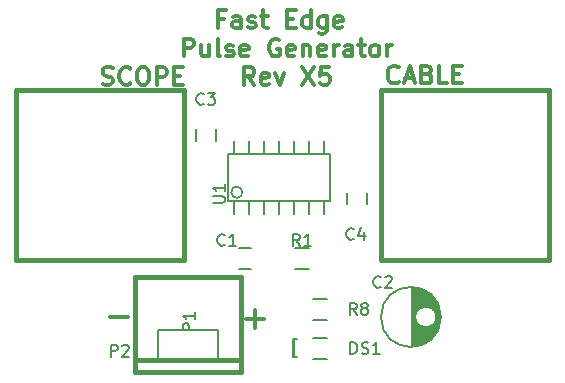
<source format=gbr>
G04 #@! TF.FileFunction,Legend,Top*
%FSLAX46Y46*%
G04 Gerber Fmt 4.6, Leading zero omitted, Abs format (unit mm)*
G04 Created by KiCad (PCBNEW 4.0.1-stable) date 5/1/2016 2:26:38 PM*
%MOMM*%
G01*
G04 APERTURE LIST*
%ADD10C,0.150000*%
%ADD11C,0.200000*%
%ADD12C,0.300000*%
%ADD13C,0.381000*%
%ADD14C,0.127000*%
%ADD15C,0.152400*%
G04 APERTURE END LIST*
D10*
D11*
X23368000Y-30480000D02*
X23749000Y-30480000D01*
X23368000Y-28956000D02*
X23749000Y-28956000D01*
X23368000Y-30480000D02*
X23495000Y-30480000D01*
X23368000Y-28956000D02*
X23495000Y-28956000D01*
X23368000Y-30480000D02*
X23495000Y-30480000D01*
X23368000Y-28956000D02*
X23368000Y-30480000D01*
X23495000Y-28956000D02*
X23495000Y-30480000D01*
D12*
X32329715Y-7139714D02*
X32258286Y-7211143D01*
X32044000Y-7282571D01*
X31901143Y-7282571D01*
X31686858Y-7211143D01*
X31544000Y-7068286D01*
X31472572Y-6925429D01*
X31401143Y-6639714D01*
X31401143Y-6425429D01*
X31472572Y-6139714D01*
X31544000Y-5996857D01*
X31686858Y-5854000D01*
X31901143Y-5782571D01*
X32044000Y-5782571D01*
X32258286Y-5854000D01*
X32329715Y-5925429D01*
X32901143Y-6854000D02*
X33615429Y-6854000D01*
X32758286Y-7282571D02*
X33258286Y-5782571D01*
X33758286Y-7282571D01*
X34758286Y-6496857D02*
X34972572Y-6568286D01*
X35044000Y-6639714D01*
X35115429Y-6782571D01*
X35115429Y-6996857D01*
X35044000Y-7139714D01*
X34972572Y-7211143D01*
X34829714Y-7282571D01*
X34258286Y-7282571D01*
X34258286Y-5782571D01*
X34758286Y-5782571D01*
X34901143Y-5854000D01*
X34972572Y-5925429D01*
X35044000Y-6068286D01*
X35044000Y-6211143D01*
X34972572Y-6354000D01*
X34901143Y-6425429D01*
X34758286Y-6496857D01*
X34258286Y-6496857D01*
X36472572Y-7282571D02*
X35758286Y-7282571D01*
X35758286Y-5782571D01*
X36972572Y-6496857D02*
X37472572Y-6496857D01*
X37686858Y-7282571D02*
X36972572Y-7282571D01*
X36972572Y-5782571D01*
X37686858Y-5782571D01*
X7275143Y-7338143D02*
X7489429Y-7409571D01*
X7846572Y-7409571D01*
X7989429Y-7338143D01*
X8060858Y-7266714D01*
X8132286Y-7123857D01*
X8132286Y-6981000D01*
X8060858Y-6838143D01*
X7989429Y-6766714D01*
X7846572Y-6695286D01*
X7560858Y-6623857D01*
X7418000Y-6552429D01*
X7346572Y-6481000D01*
X7275143Y-6338143D01*
X7275143Y-6195286D01*
X7346572Y-6052429D01*
X7418000Y-5981000D01*
X7560858Y-5909571D01*
X7918000Y-5909571D01*
X8132286Y-5981000D01*
X9632286Y-7266714D02*
X9560857Y-7338143D01*
X9346571Y-7409571D01*
X9203714Y-7409571D01*
X8989429Y-7338143D01*
X8846571Y-7195286D01*
X8775143Y-7052429D01*
X8703714Y-6766714D01*
X8703714Y-6552429D01*
X8775143Y-6266714D01*
X8846571Y-6123857D01*
X8989429Y-5981000D01*
X9203714Y-5909571D01*
X9346571Y-5909571D01*
X9560857Y-5981000D01*
X9632286Y-6052429D01*
X10560857Y-5909571D02*
X10846571Y-5909571D01*
X10989429Y-5981000D01*
X11132286Y-6123857D01*
X11203714Y-6409571D01*
X11203714Y-6909571D01*
X11132286Y-7195286D01*
X10989429Y-7338143D01*
X10846571Y-7409571D01*
X10560857Y-7409571D01*
X10418000Y-7338143D01*
X10275143Y-7195286D01*
X10203714Y-6909571D01*
X10203714Y-6409571D01*
X10275143Y-6123857D01*
X10418000Y-5981000D01*
X10560857Y-5909571D01*
X11846572Y-7409571D02*
X11846572Y-5909571D01*
X12418000Y-5909571D01*
X12560858Y-5981000D01*
X12632286Y-6052429D01*
X12703715Y-6195286D01*
X12703715Y-6409571D01*
X12632286Y-6552429D01*
X12560858Y-6623857D01*
X12418000Y-6695286D01*
X11846572Y-6695286D01*
X13346572Y-6623857D02*
X13846572Y-6623857D01*
X14060858Y-7409571D02*
X13346572Y-7409571D01*
X13346572Y-5909571D01*
X14060858Y-5909571D01*
X17538572Y-1810857D02*
X17038572Y-1810857D01*
X17038572Y-2596571D02*
X17038572Y-1096571D01*
X17752858Y-1096571D01*
X18967143Y-2596571D02*
X18967143Y-1810857D01*
X18895714Y-1668000D01*
X18752857Y-1596571D01*
X18467143Y-1596571D01*
X18324286Y-1668000D01*
X18967143Y-2525143D02*
X18824286Y-2596571D01*
X18467143Y-2596571D01*
X18324286Y-2525143D01*
X18252857Y-2382286D01*
X18252857Y-2239429D01*
X18324286Y-2096571D01*
X18467143Y-2025143D01*
X18824286Y-2025143D01*
X18967143Y-1953714D01*
X19610000Y-2525143D02*
X19752857Y-2596571D01*
X20038572Y-2596571D01*
X20181429Y-2525143D01*
X20252857Y-2382286D01*
X20252857Y-2310857D01*
X20181429Y-2168000D01*
X20038572Y-2096571D01*
X19824286Y-2096571D01*
X19681429Y-2025143D01*
X19610000Y-1882286D01*
X19610000Y-1810857D01*
X19681429Y-1668000D01*
X19824286Y-1596571D01*
X20038572Y-1596571D01*
X20181429Y-1668000D01*
X20681429Y-1596571D02*
X21252858Y-1596571D01*
X20895715Y-1096571D02*
X20895715Y-2382286D01*
X20967143Y-2525143D01*
X21110001Y-2596571D01*
X21252858Y-2596571D01*
X22895715Y-1810857D02*
X23395715Y-1810857D01*
X23610001Y-2596571D02*
X22895715Y-2596571D01*
X22895715Y-1096571D01*
X23610001Y-1096571D01*
X24895715Y-2596571D02*
X24895715Y-1096571D01*
X24895715Y-2525143D02*
X24752858Y-2596571D01*
X24467144Y-2596571D01*
X24324286Y-2525143D01*
X24252858Y-2453714D01*
X24181429Y-2310857D01*
X24181429Y-1882286D01*
X24252858Y-1739429D01*
X24324286Y-1668000D01*
X24467144Y-1596571D01*
X24752858Y-1596571D01*
X24895715Y-1668000D01*
X26252858Y-1596571D02*
X26252858Y-2810857D01*
X26181429Y-2953714D01*
X26110001Y-3025143D01*
X25967144Y-3096571D01*
X25752858Y-3096571D01*
X25610001Y-3025143D01*
X26252858Y-2525143D02*
X26110001Y-2596571D01*
X25824287Y-2596571D01*
X25681429Y-2525143D01*
X25610001Y-2453714D01*
X25538572Y-2310857D01*
X25538572Y-1882286D01*
X25610001Y-1739429D01*
X25681429Y-1668000D01*
X25824287Y-1596571D01*
X26110001Y-1596571D01*
X26252858Y-1668000D01*
X27538572Y-2525143D02*
X27395715Y-2596571D01*
X27110001Y-2596571D01*
X26967144Y-2525143D01*
X26895715Y-2382286D01*
X26895715Y-1810857D01*
X26967144Y-1668000D01*
X27110001Y-1596571D01*
X27395715Y-1596571D01*
X27538572Y-1668000D01*
X27610001Y-1810857D01*
X27610001Y-1953714D01*
X26895715Y-2096571D01*
X14145715Y-4996571D02*
X14145715Y-3496571D01*
X14717143Y-3496571D01*
X14860001Y-3568000D01*
X14931429Y-3639429D01*
X15002858Y-3782286D01*
X15002858Y-3996571D01*
X14931429Y-4139429D01*
X14860001Y-4210857D01*
X14717143Y-4282286D01*
X14145715Y-4282286D01*
X16288572Y-3996571D02*
X16288572Y-4996571D01*
X15645715Y-3996571D02*
X15645715Y-4782286D01*
X15717143Y-4925143D01*
X15860001Y-4996571D01*
X16074286Y-4996571D01*
X16217143Y-4925143D01*
X16288572Y-4853714D01*
X17217144Y-4996571D02*
X17074286Y-4925143D01*
X17002858Y-4782286D01*
X17002858Y-3496571D01*
X17717143Y-4925143D02*
X17860000Y-4996571D01*
X18145715Y-4996571D01*
X18288572Y-4925143D01*
X18360000Y-4782286D01*
X18360000Y-4710857D01*
X18288572Y-4568000D01*
X18145715Y-4496571D01*
X17931429Y-4496571D01*
X17788572Y-4425143D01*
X17717143Y-4282286D01*
X17717143Y-4210857D01*
X17788572Y-4068000D01*
X17931429Y-3996571D01*
X18145715Y-3996571D01*
X18288572Y-4068000D01*
X19574286Y-4925143D02*
X19431429Y-4996571D01*
X19145715Y-4996571D01*
X19002858Y-4925143D01*
X18931429Y-4782286D01*
X18931429Y-4210857D01*
X19002858Y-4068000D01*
X19145715Y-3996571D01*
X19431429Y-3996571D01*
X19574286Y-4068000D01*
X19645715Y-4210857D01*
X19645715Y-4353714D01*
X18931429Y-4496571D01*
X22217143Y-3568000D02*
X22074286Y-3496571D01*
X21860000Y-3496571D01*
X21645715Y-3568000D01*
X21502857Y-3710857D01*
X21431429Y-3853714D01*
X21360000Y-4139429D01*
X21360000Y-4353714D01*
X21431429Y-4639429D01*
X21502857Y-4782286D01*
X21645715Y-4925143D01*
X21860000Y-4996571D01*
X22002857Y-4996571D01*
X22217143Y-4925143D01*
X22288572Y-4853714D01*
X22288572Y-4353714D01*
X22002857Y-4353714D01*
X23502857Y-4925143D02*
X23360000Y-4996571D01*
X23074286Y-4996571D01*
X22931429Y-4925143D01*
X22860000Y-4782286D01*
X22860000Y-4210857D01*
X22931429Y-4068000D01*
X23074286Y-3996571D01*
X23360000Y-3996571D01*
X23502857Y-4068000D01*
X23574286Y-4210857D01*
X23574286Y-4353714D01*
X22860000Y-4496571D01*
X24217143Y-3996571D02*
X24217143Y-4996571D01*
X24217143Y-4139429D02*
X24288571Y-4068000D01*
X24431429Y-3996571D01*
X24645714Y-3996571D01*
X24788571Y-4068000D01*
X24860000Y-4210857D01*
X24860000Y-4996571D01*
X26145714Y-4925143D02*
X26002857Y-4996571D01*
X25717143Y-4996571D01*
X25574286Y-4925143D01*
X25502857Y-4782286D01*
X25502857Y-4210857D01*
X25574286Y-4068000D01*
X25717143Y-3996571D01*
X26002857Y-3996571D01*
X26145714Y-4068000D01*
X26217143Y-4210857D01*
X26217143Y-4353714D01*
X25502857Y-4496571D01*
X26860000Y-4996571D02*
X26860000Y-3996571D01*
X26860000Y-4282286D02*
X26931428Y-4139429D01*
X27002857Y-4068000D01*
X27145714Y-3996571D01*
X27288571Y-3996571D01*
X28431428Y-4996571D02*
X28431428Y-4210857D01*
X28359999Y-4068000D01*
X28217142Y-3996571D01*
X27931428Y-3996571D01*
X27788571Y-4068000D01*
X28431428Y-4925143D02*
X28288571Y-4996571D01*
X27931428Y-4996571D01*
X27788571Y-4925143D01*
X27717142Y-4782286D01*
X27717142Y-4639429D01*
X27788571Y-4496571D01*
X27931428Y-4425143D01*
X28288571Y-4425143D01*
X28431428Y-4353714D01*
X28931428Y-3996571D02*
X29502857Y-3996571D01*
X29145714Y-3496571D02*
X29145714Y-4782286D01*
X29217142Y-4925143D01*
X29360000Y-4996571D01*
X29502857Y-4996571D01*
X30217143Y-4996571D02*
X30074285Y-4925143D01*
X30002857Y-4853714D01*
X29931428Y-4710857D01*
X29931428Y-4282286D01*
X30002857Y-4139429D01*
X30074285Y-4068000D01*
X30217143Y-3996571D01*
X30431428Y-3996571D01*
X30574285Y-4068000D01*
X30645714Y-4139429D01*
X30717143Y-4282286D01*
X30717143Y-4710857D01*
X30645714Y-4853714D01*
X30574285Y-4925143D01*
X30431428Y-4996571D01*
X30217143Y-4996571D01*
X31360000Y-4996571D02*
X31360000Y-3996571D01*
X31360000Y-4282286D02*
X31431428Y-4139429D01*
X31502857Y-4068000D01*
X31645714Y-3996571D01*
X31788571Y-3996571D01*
X20110001Y-7396571D02*
X19610001Y-6682286D01*
X19252858Y-7396571D02*
X19252858Y-5896571D01*
X19824286Y-5896571D01*
X19967144Y-5968000D01*
X20038572Y-6039429D01*
X20110001Y-6182286D01*
X20110001Y-6396571D01*
X20038572Y-6539429D01*
X19967144Y-6610857D01*
X19824286Y-6682286D01*
X19252858Y-6682286D01*
X21324286Y-7325143D02*
X21181429Y-7396571D01*
X20895715Y-7396571D01*
X20752858Y-7325143D01*
X20681429Y-7182286D01*
X20681429Y-6610857D01*
X20752858Y-6468000D01*
X20895715Y-6396571D01*
X21181429Y-6396571D01*
X21324286Y-6468000D01*
X21395715Y-6610857D01*
X21395715Y-6753714D01*
X20681429Y-6896571D01*
X21895715Y-6396571D02*
X22252858Y-7396571D01*
X22610000Y-6396571D01*
X24181429Y-5896571D02*
X25181429Y-7396571D01*
X25181429Y-5896571D02*
X24181429Y-7396571D01*
X26467143Y-5896571D02*
X25752857Y-5896571D01*
X25681428Y-6610857D01*
X25752857Y-6539429D01*
X25895714Y-6468000D01*
X26252857Y-6468000D01*
X26395714Y-6539429D01*
X26467143Y-6610857D01*
X26538571Y-6753714D01*
X26538571Y-7110857D01*
X26467143Y-7253714D01*
X26395714Y-7325143D01*
X26252857Y-7396571D01*
X25895714Y-7396571D01*
X25752857Y-7325143D01*
X25681428Y-7253714D01*
X7861905Y-27069143D02*
X9410095Y-27069143D01*
X19418905Y-27196143D02*
X20967095Y-27196143D01*
X20193000Y-27970238D02*
X20193000Y-26422048D01*
D13*
X19018000Y-31678000D02*
X19018000Y-23678000D01*
X10018000Y-31678000D02*
X10018000Y-23678000D01*
X19018000Y-23678000D02*
X10018000Y-23678000D01*
X19018000Y-30678000D02*
X10018000Y-30678000D01*
X19018000Y-31678000D02*
X10018000Y-31678000D01*
D14*
X17907000Y-13258800D02*
X17907000Y-17221200D01*
X17907000Y-17221200D02*
X26543000Y-17221200D01*
X26543000Y-17221200D02*
X26543000Y-13258800D01*
X26543000Y-13258800D02*
X17907000Y-13258800D01*
X19685000Y-13258800D02*
X19685000Y-12166600D01*
X20955000Y-13258800D02*
X20955000Y-12166600D01*
X22225000Y-13258800D02*
X22225000Y-12166600D01*
X18415000Y-13258800D02*
X18415000Y-12166600D01*
X23495000Y-12166600D02*
X23495000Y-13258800D01*
X24765000Y-12166600D02*
X24765000Y-13258800D01*
X26035000Y-12166600D02*
X26035000Y-13258800D01*
X26035000Y-17221200D02*
X26035000Y-18313400D01*
X24765000Y-17221200D02*
X24765000Y-18313400D01*
X18415000Y-17221200D02*
X18415000Y-18313400D01*
X19685000Y-18313400D02*
X19685000Y-17221200D01*
X23495000Y-18313400D02*
X23495000Y-17221200D01*
X22225000Y-18313400D02*
X22225000Y-17221200D01*
X20955000Y-18313400D02*
X20955000Y-17221200D01*
X19116067Y-16484600D02*
G75*
G03X19116067Y-16484600I-472467J0D01*
G01*
D13*
X14117600Y-22218200D02*
X-83540Y-22218200D01*
X-78460Y-22223280D02*
X-78460Y-7824020D01*
X-83540Y-7818940D02*
X14117600Y-7818940D01*
X14135380Y-22218200D02*
X14135380Y-7818940D01*
X30882400Y-7841800D02*
X45083540Y-7841800D01*
X45078460Y-7836720D02*
X45078460Y-22235980D01*
X45083540Y-22241060D02*
X30882400Y-22241060D01*
X30864620Y-7841800D02*
X30864620Y-22241060D01*
D15*
X17018000Y-28194000D02*
X17018000Y-30734000D01*
X17018000Y-30734000D02*
X11938000Y-30734000D01*
X11938000Y-30734000D02*
X11938000Y-28194000D01*
X11938000Y-28194000D02*
X17018000Y-28194000D01*
D10*
X33456000Y-24552000D02*
X33456000Y-29550000D01*
X33596000Y-24560000D02*
X33596000Y-29542000D01*
X33736000Y-24576000D02*
X33736000Y-26956000D01*
X33736000Y-27146000D02*
X33736000Y-29526000D01*
X33876000Y-24600000D02*
X33876000Y-26561000D01*
X33876000Y-27541000D02*
X33876000Y-29502000D01*
X34016000Y-24633000D02*
X34016000Y-26394000D01*
X34016000Y-27708000D02*
X34016000Y-29469000D01*
X34156000Y-24674000D02*
X34156000Y-26287000D01*
X34156000Y-27815000D02*
X34156000Y-29428000D01*
X34296000Y-24724000D02*
X34296000Y-26216000D01*
X34296000Y-27886000D02*
X34296000Y-29378000D01*
X34436000Y-24785000D02*
X34436000Y-26172000D01*
X34436000Y-27930000D02*
X34436000Y-29317000D01*
X34576000Y-24855000D02*
X34576000Y-26153000D01*
X34576000Y-27949000D02*
X34576000Y-29247000D01*
X34716000Y-24937000D02*
X34716000Y-26155000D01*
X34716000Y-27947000D02*
X34716000Y-29165000D01*
X34856000Y-25032000D02*
X34856000Y-26180000D01*
X34856000Y-27922000D02*
X34856000Y-29070000D01*
X34996000Y-25143000D02*
X34996000Y-26228000D01*
X34996000Y-27874000D02*
X34996000Y-28959000D01*
X35136000Y-25271000D02*
X35136000Y-26306000D01*
X35136000Y-27796000D02*
X35136000Y-28831000D01*
X35276000Y-25420000D02*
X35276000Y-26423000D01*
X35276000Y-27679000D02*
X35276000Y-28682000D01*
X35416000Y-25599000D02*
X35416000Y-26611000D01*
X35416000Y-27491000D02*
X35416000Y-28503000D01*
X35556000Y-25818000D02*
X35556000Y-28284000D01*
X35696000Y-26107000D02*
X35696000Y-27995000D01*
X35836000Y-26579000D02*
X35836000Y-27523000D01*
X35531000Y-27051000D02*
G75*
G03X35531000Y-27051000I-900000J0D01*
G01*
X35918500Y-27051000D02*
G75*
G03X35918500Y-27051000I-2537500J0D01*
G01*
X18804000Y-22948000D02*
X19804000Y-22948000D01*
X19804000Y-21248000D02*
X18804000Y-21248000D01*
X15150000Y-11130000D02*
X15150000Y-12130000D01*
X16850000Y-12130000D02*
X16850000Y-11130000D01*
X29679000Y-17518000D02*
X29679000Y-16518000D01*
X27979000Y-16518000D02*
X27979000Y-17518000D01*
X25054000Y-28843000D02*
X26254000Y-28843000D01*
X26254000Y-30593000D02*
X25054000Y-30593000D01*
X24730000Y-22973000D02*
X23530000Y-22973000D01*
X23530000Y-21223000D02*
X24730000Y-21223000D01*
X26254000Y-27291000D02*
X25054000Y-27291000D01*
X25054000Y-25541000D02*
X26254000Y-25541000D01*
X7969905Y-30410381D02*
X7969905Y-29410381D01*
X8350858Y-29410381D01*
X8446096Y-29458000D01*
X8493715Y-29505619D01*
X8541334Y-29600857D01*
X8541334Y-29743714D01*
X8493715Y-29838952D01*
X8446096Y-29886571D01*
X8350858Y-29934190D01*
X7969905Y-29934190D01*
X8922286Y-29505619D02*
X8969905Y-29458000D01*
X9065143Y-29410381D01*
X9303239Y-29410381D01*
X9398477Y-29458000D01*
X9446096Y-29505619D01*
X9493715Y-29600857D01*
X9493715Y-29696095D01*
X9446096Y-29838952D01*
X8874667Y-30410381D01*
X9493715Y-30410381D01*
X16597381Y-17398905D02*
X17406905Y-17398905D01*
X17502143Y-17351286D01*
X17549762Y-17303667D01*
X17597381Y-17208429D01*
X17597381Y-17017952D01*
X17549762Y-16922714D01*
X17502143Y-16875095D01*
X17406905Y-16827476D01*
X16597381Y-16827476D01*
X17597381Y-15827476D02*
X17597381Y-16398905D01*
X17597381Y-16113191D02*
X16597381Y-16113191D01*
X16740238Y-16208429D01*
X16835476Y-16303667D01*
X16883095Y-16398905D01*
X15057381Y-28170095D02*
X14057381Y-28170095D01*
X14057381Y-27789142D01*
X14105000Y-27693904D01*
X14152619Y-27646285D01*
X14247857Y-27598666D01*
X14390714Y-27598666D01*
X14485952Y-27646285D01*
X14533571Y-27693904D01*
X14581190Y-27789142D01*
X14581190Y-28170095D01*
X15057381Y-26646285D02*
X15057381Y-27217714D01*
X15057381Y-26932000D02*
X14057381Y-26932000D01*
X14200238Y-27027238D01*
X14295476Y-27122476D01*
X14343095Y-27217714D01*
X30821334Y-24487143D02*
X30773715Y-24534762D01*
X30630858Y-24582381D01*
X30535620Y-24582381D01*
X30392762Y-24534762D01*
X30297524Y-24439524D01*
X30249905Y-24344286D01*
X30202286Y-24153810D01*
X30202286Y-24010952D01*
X30249905Y-23820476D01*
X30297524Y-23725238D01*
X30392762Y-23630000D01*
X30535620Y-23582381D01*
X30630858Y-23582381D01*
X30773715Y-23630000D01*
X30821334Y-23677619D01*
X31202286Y-23677619D02*
X31249905Y-23630000D01*
X31345143Y-23582381D01*
X31583239Y-23582381D01*
X31678477Y-23630000D01*
X31726096Y-23677619D01*
X31773715Y-23772857D01*
X31773715Y-23868095D01*
X31726096Y-24010952D01*
X31154667Y-24582381D01*
X31773715Y-24582381D01*
X17613334Y-20931143D02*
X17565715Y-20978762D01*
X17422858Y-21026381D01*
X17327620Y-21026381D01*
X17184762Y-20978762D01*
X17089524Y-20883524D01*
X17041905Y-20788286D01*
X16994286Y-20597810D01*
X16994286Y-20454952D01*
X17041905Y-20264476D01*
X17089524Y-20169238D01*
X17184762Y-20074000D01*
X17327620Y-20026381D01*
X17422858Y-20026381D01*
X17565715Y-20074000D01*
X17613334Y-20121619D01*
X18565715Y-21026381D02*
X17994286Y-21026381D01*
X18280000Y-21026381D02*
X18280000Y-20026381D01*
X18184762Y-20169238D01*
X18089524Y-20264476D01*
X17994286Y-20312095D01*
X15835334Y-8993143D02*
X15787715Y-9040762D01*
X15644858Y-9088381D01*
X15549620Y-9088381D01*
X15406762Y-9040762D01*
X15311524Y-8945524D01*
X15263905Y-8850286D01*
X15216286Y-8659810D01*
X15216286Y-8516952D01*
X15263905Y-8326476D01*
X15311524Y-8231238D01*
X15406762Y-8136000D01*
X15549620Y-8088381D01*
X15644858Y-8088381D01*
X15787715Y-8136000D01*
X15835334Y-8183619D01*
X16168667Y-8088381D02*
X16787715Y-8088381D01*
X16454381Y-8469333D01*
X16597239Y-8469333D01*
X16692477Y-8516952D01*
X16740096Y-8564571D01*
X16787715Y-8659810D01*
X16787715Y-8897905D01*
X16740096Y-8993143D01*
X16692477Y-9040762D01*
X16597239Y-9088381D01*
X16311524Y-9088381D01*
X16216286Y-9040762D01*
X16168667Y-8993143D01*
X28535334Y-20423143D02*
X28487715Y-20470762D01*
X28344858Y-20518381D01*
X28249620Y-20518381D01*
X28106762Y-20470762D01*
X28011524Y-20375524D01*
X27963905Y-20280286D01*
X27916286Y-20089810D01*
X27916286Y-19946952D01*
X27963905Y-19756476D01*
X28011524Y-19661238D01*
X28106762Y-19566000D01*
X28249620Y-19518381D01*
X28344858Y-19518381D01*
X28487715Y-19566000D01*
X28535334Y-19613619D01*
X29392477Y-19851714D02*
X29392477Y-20518381D01*
X29154381Y-19470762D02*
X28916286Y-20185048D01*
X29535334Y-20185048D01*
X28249714Y-30170381D02*
X28249714Y-29170381D01*
X28487809Y-29170381D01*
X28630667Y-29218000D01*
X28725905Y-29313238D01*
X28773524Y-29408476D01*
X28821143Y-29598952D01*
X28821143Y-29741810D01*
X28773524Y-29932286D01*
X28725905Y-30027524D01*
X28630667Y-30122762D01*
X28487809Y-30170381D01*
X28249714Y-30170381D01*
X29202095Y-30122762D02*
X29344952Y-30170381D01*
X29583048Y-30170381D01*
X29678286Y-30122762D01*
X29725905Y-30075143D01*
X29773524Y-29979905D01*
X29773524Y-29884667D01*
X29725905Y-29789429D01*
X29678286Y-29741810D01*
X29583048Y-29694190D01*
X29392571Y-29646571D01*
X29297333Y-29598952D01*
X29249714Y-29551333D01*
X29202095Y-29456095D01*
X29202095Y-29360857D01*
X29249714Y-29265619D01*
X29297333Y-29218000D01*
X29392571Y-29170381D01*
X29630667Y-29170381D01*
X29773524Y-29218000D01*
X30725905Y-30170381D02*
X30154476Y-30170381D01*
X30440190Y-30170381D02*
X30440190Y-29170381D01*
X30344952Y-29313238D01*
X30249714Y-29408476D01*
X30154476Y-29456095D01*
X23963334Y-21026381D02*
X23630000Y-20550190D01*
X23391905Y-21026381D02*
X23391905Y-20026381D01*
X23772858Y-20026381D01*
X23868096Y-20074000D01*
X23915715Y-20121619D01*
X23963334Y-20216857D01*
X23963334Y-20359714D01*
X23915715Y-20454952D01*
X23868096Y-20502571D01*
X23772858Y-20550190D01*
X23391905Y-20550190D01*
X24915715Y-21026381D02*
X24344286Y-21026381D01*
X24630000Y-21026381D02*
X24630000Y-20026381D01*
X24534762Y-20169238D01*
X24439524Y-20264476D01*
X24344286Y-20312095D01*
X28789334Y-26868381D02*
X28456000Y-26392190D01*
X28217905Y-26868381D02*
X28217905Y-25868381D01*
X28598858Y-25868381D01*
X28694096Y-25916000D01*
X28741715Y-25963619D01*
X28789334Y-26058857D01*
X28789334Y-26201714D01*
X28741715Y-26296952D01*
X28694096Y-26344571D01*
X28598858Y-26392190D01*
X28217905Y-26392190D01*
X29360762Y-26296952D02*
X29265524Y-26249333D01*
X29217905Y-26201714D01*
X29170286Y-26106476D01*
X29170286Y-26058857D01*
X29217905Y-25963619D01*
X29265524Y-25916000D01*
X29360762Y-25868381D01*
X29551239Y-25868381D01*
X29646477Y-25916000D01*
X29694096Y-25963619D01*
X29741715Y-26058857D01*
X29741715Y-26106476D01*
X29694096Y-26201714D01*
X29646477Y-26249333D01*
X29551239Y-26296952D01*
X29360762Y-26296952D01*
X29265524Y-26344571D01*
X29217905Y-26392190D01*
X29170286Y-26487429D01*
X29170286Y-26677905D01*
X29217905Y-26773143D01*
X29265524Y-26820762D01*
X29360762Y-26868381D01*
X29551239Y-26868381D01*
X29646477Y-26820762D01*
X29694096Y-26773143D01*
X29741715Y-26677905D01*
X29741715Y-26487429D01*
X29694096Y-26392190D01*
X29646477Y-26344571D01*
X29551239Y-26296952D01*
M02*

</source>
